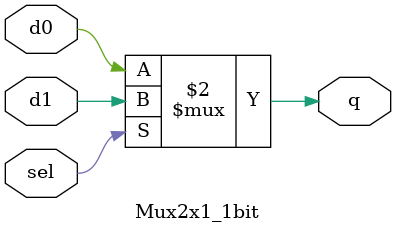
<source format=v>
module Mux2x1_1bit(sel,d0,d1,q);

input  d0,d1;
input sel;
output  q;

wire sel;
wire  d0,d1;

assign q = (sel==1'b1)? d1:d0;
endmodule
</source>
